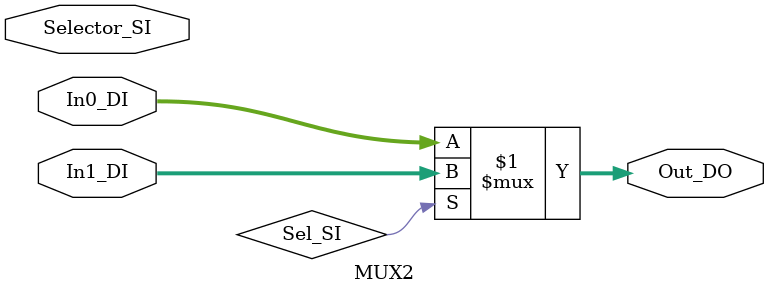
<source format=v>
/* ================================================================================
// 2-input MUX
// Author: Seyed Hadi Mirfarshbafan
// Date: 10/22/2019
// Project: SynTech
// ---- Description ---------------------------------------------------------------
// Multibit 2-input multiplexer (MUX) template
// ---- Input/Output specifications -----------------------------------------------
// In0_DI		0th input data signal
// In1_DI		1st input data signal
// Sel_SI  		select bit (0 picks In0, 1 picks In1)
// Out_DO		Output data signal
// ================================================================================ */

module MUX2
#(
  parameter WIDTH = 16
)
(
  input  [WIDTH-1:0] In0_DI,
  input  [WIDTH-1:0] In1_DI,
  input              Selector_SI,
  output [WIDTH-1:0] Out_DO
);

  assign Out_DO = Sel_SI ? In1_DI: In0_DI;

endmodule

</source>
